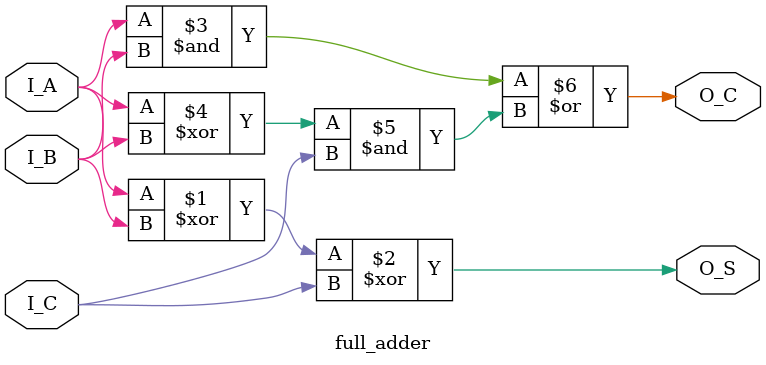
<source format=sv>
`timescale 1ns/1ps
module full_adder(
    input  logic I_A,
    input  logic I_B,
    input  logic I_C,
    output logic O_S,
    output logic O_C
);
assign O_S = I_A ^ I_B ^ I_C;
assign O_C = (I_A & I_B) | ((I_A ^ I_B) & I_C);
endmodule
</source>
